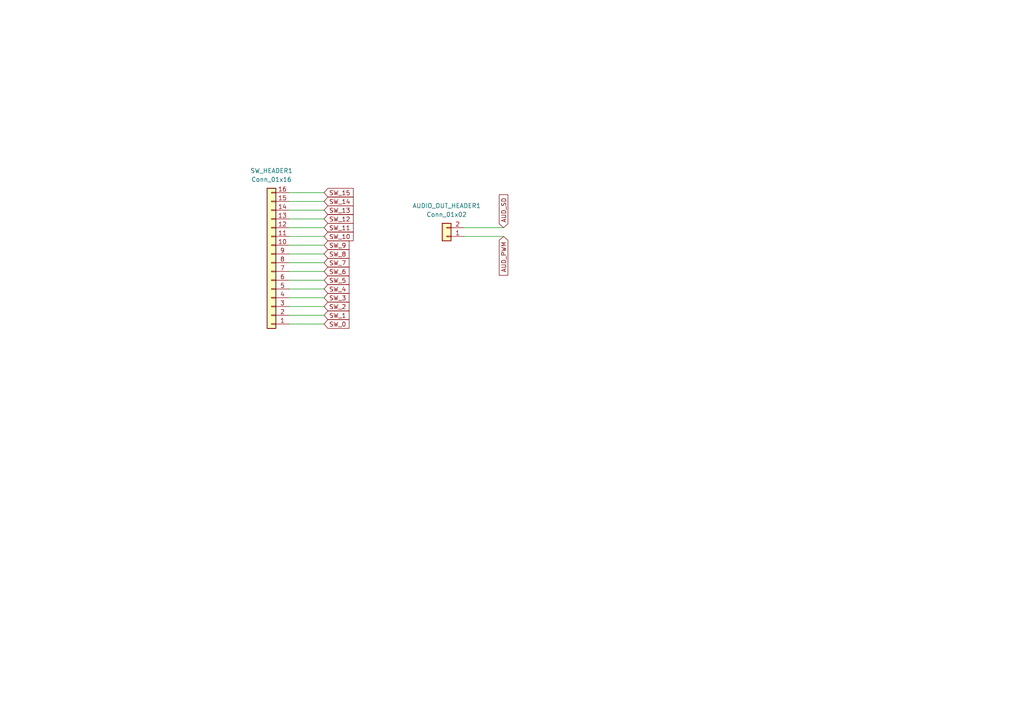
<source format=kicad_sch>
(kicad_sch (version 20231120) (generator "eeschema") (generator_version "8.0")
  (paper "A4")
  (lib_symbols
    (symbol "Connector_Generic:Conn_01x02" (pin_names (offset 1.016) hide)
      (property "Reference" "J" (at 0 2.54 0))
      (property "Value" "Conn_01x02" (at 0 -5.08 0))
      (symbol "Conn_01x02_1_1"
        (rectangle (start -1.27 -2.413) (end 0 -2.667) (stroke (width 0.1524)))
        (rectangle (start -1.27 0.127) (end 0 -0.127) (stroke (width 0.1524)))
        (rectangle (start -1.27 1.27) (end 1.27 -3.81) (stroke (width 0.254)) (fill (type background)))
        (pin passive line (at -5.08 0 0) (length 3.81) (name "Pin_1") (number "1"))
        (pin passive line (at -5.08 -2.54 0) (length 3.81) (name "Pin_2") (number "2"))
      )
    )
    (symbol "Connector_Generic:Conn_01x16" (pin_names (offset 1.016) hide)
      (property "Reference" "J" (at 0 20.32 0))
      (property "Value" "Conn_01x16" (at 0 -22.86 0))
      (symbol "Conn_01x16_1_1"
        (rectangle (start -1.27 -20.193) (end 0 -20.447) (stroke (width 0.1524)))
        (rectangle (start -1.27 -17.653) (end 0 -17.907) (stroke (width 0.1524)))
        (rectangle (start -1.27 -15.113) (end 0 -15.367) (stroke (width 0.1524)))
        (rectangle (start -1.27 -12.573) (end 0 -12.827) (stroke (width 0.1524)))
        (rectangle (start -1.27 -10.033) (end 0 -10.287) (stroke (width 0.1524)))
        (rectangle (start -1.27 -7.493) (end 0 -7.747) (stroke (width 0.1524)))
        (rectangle (start -1.27 -4.953) (end 0 -5.207) (stroke (width 0.1524)))
        (rectangle (start -1.27 -2.413) (end 0 -2.667) (stroke (width 0.1524)))
        (rectangle (start -1.27 0.127) (end 0 -0.127) (stroke (width 0.1524)))
        (rectangle (start -1.27 2.667) (end 0 2.413) (stroke (width 0.1524)))
        (rectangle (start -1.27 5.207) (end 0 4.953) (stroke (width 0.1524)))
        (rectangle (start -1.27 7.747) (end 0 7.493) (stroke (width 0.1524)))
        (rectangle (start -1.27 10.287) (end 0 10.033) (stroke (width 0.1524)))
        (rectangle (start -1.27 12.827) (end 0 12.573) (stroke (width 0.1524)))
        (rectangle (start -1.27 15.367) (end 0 15.113) (stroke (width 0.1524)))
        (rectangle (start -1.27 17.907) (end 0 17.653) (stroke (width 0.1524)))
        (rectangle (start -1.27 19.05) (end 1.27 -21.59) (stroke (width 0.254)) (fill (type background)))
        (pin passive line (at -5.08 17.78 0) (length 3.81) (name "Pin_1") (number "1"))
        (pin passive line (at -5.08 -5.08 0) (length 3.81) (name "Pin_10") (number "10"))
        (pin passive line (at -5.08 -7.62 0) (length 3.81) (name "Pin_11") (number "11"))
        (pin passive line (at -5.08 -10.16 0) (length 3.81) (name "Pin_12") (number "12"))
        (pin passive line (at -5.08 -12.7 0) (length 3.81) (name "Pin_13") (number "13"))
        (pin passive line (at -5.08 -15.24 0) (length 3.81) (name "Pin_14") (number "14"))
        (pin passive line (at -5.08 -17.78 0) (length 3.81) (name "Pin_15") (number "15"))
        (pin passive line (at -5.08 -20.32 0) (length 3.81) (name "Pin_16") (number "16"))
        (pin passive line (at -5.08 15.24 0) (length 3.81) (name "Pin_2") (number "2"))
        (pin passive line (at -5.08 12.7 0) (length 3.81) (name "Pin_3") (number "3"))
        (pin passive line (at -5.08 10.16 0) (length 3.81) (name "Pin_4") (number "4"))
        (pin passive line (at -5.08 7.62 0) (length 3.81) (name "Pin_5") (number "5"))
        (pin passive line (at -5.08 5.08 0) (length 3.81) (name "Pin_6") (number "6"))
        (pin passive line (at -5.08 2.54 0) (length 3.81) (name "Pin_7") (number "7"))
        (pin passive line (at -5.08 0 0) (length 3.81) (name "Pin_8") (number "8"))
        (pin passive line (at -5.08 -2.54 0) (length 3.81) (name "Pin_9") (number "9"))
      )
    )
  )
  (wire (pts (xy 83.82 78.74) (xy 93.98 78.74)))
  (wire (pts (xy 134.62 68.58) (xy 146.05 68.58)))
  (wire (pts (xy 83.82 76.2) (xy 93.98 76.2)))
  (wire (pts (xy 83.82 93.98) (xy 93.98 93.98)))
  (wire (pts (xy 134.62 66.04) (xy 146.05 66.04)))
  (wire (pts (xy 83.82 55.88) (xy 93.98 55.88)))
  (wire (pts (xy 83.82 91.44) (xy 93.98 91.44)))
  (wire (pts (xy 83.82 68.58) (xy 93.98 68.58)))
  (wire (pts (xy 83.82 63.5) (xy 93.98 63.5)))
  (wire (pts (xy 83.82 81.28) (xy 93.98 81.28)))
  (wire (pts (xy 83.82 86.36) (xy 93.98 86.36)))
  (wire (pts (xy 83.82 66.04) (xy 93.98 66.04)))
  (wire (pts (xy 83.82 58.42) (xy 93.98 58.42)))
  (wire (pts (xy 83.82 60.96) (xy 93.98 60.96)))
  (wire (pts (xy 83.82 73.66) (xy 93.98 73.66)))
  (wire (pts (xy 83.82 88.9) (xy 93.98 88.9)))
  (wire (pts (xy 83.82 71.12) (xy 93.98 71.12)))
  (wire (pts (xy 83.82 83.82) (xy 93.98 83.82)))
  (global_label "SW_11" (shape input) (at 93.98 66.04 0) (property "Intersheetrefs" "${INTERSHEET_REFS}" (effects (hide yes))))
  (global_label "SW_15" (shape input) (at 93.98 55.88 0) (property "Intersheetrefs" "${INTERSHEET_REFS}" (effects (hide yes))))
  (global_label "SW_1" (shape input) (at 93.98 91.44 0) (property "Intersheetrefs" "${INTERSHEET_REFS}" (effects (hide yes))))
  (global_label "SW_2" (shape input) (at 93.98 88.9 0) (property "Intersheetrefs" "${INTERSHEET_REFS}" (effects (hide yes))))
  (global_label "SW_8" (shape input) (at 93.98 73.66 0) (property "Intersheetrefs" "${INTERSHEET_REFS}" (effects (hide yes))))
  (global_label "SW_4" (shape input) (at 93.98 83.82 0) (property "Intersheetrefs" "${INTERSHEET_REFS}" (effects (hide yes))))
  (global_label "SW_3" (shape input) (at 93.98 86.36 0) (property "Intersheetrefs" "${INTERSHEET_REFS}" (effects (hide yes))))
  (global_label "SW_5" (shape input) (at 93.98 81.28 0) (property "Intersheetrefs" "${INTERSHEET_REFS}" (effects (hide yes))))
  (global_label "SW_12" (shape input) (at 93.98 63.5 0) (property "Intersheetrefs" "${INTERSHEET_REFS}" (effects (hide yes))))
  (global_label "SW_7" (shape input) (at 93.98 76.2 0) (property "Intersheetrefs" "${INTERSHEET_REFS}" (effects (hide yes))))
  (global_label "SW_0" (shape input) (at 93.98 93.98 0) (property "Intersheetrefs" "${INTERSHEET_REFS}" (effects (hide yes))))
  (global_label "SW_9" (shape input) (at 93.98 71.12 0) (property "Intersheetrefs" "${INTERSHEET_REFS}" (effects (hide yes))))
  (global_label "SW_6" (shape input) (at 93.98 78.74 0) (property "Intersheetrefs" "${INTERSHEET_REFS}" (effects (hide yes))))
  (global_label "SW_10" (shape input) (at 93.98 68.58 0) (property "Intersheetrefs" "${INTERSHEET_REFS}" (effects (hide yes))))
  (global_label "AUD_PWM" (shape input) (at 146.05 68.58 270) (property "Intersheetrefs" "${INTERSHEET_REFS}" (effects (hide yes))))
  (global_label "AUD_SD" (shape input) (at 146.05 66.04 90) (property "Intersheetrefs" "${INTERSHEET_REFS}" (effects (hide yes))))
  (global_label "SW_14" (shape input) (at 93.98 58.42 0) (property "Intersheetrefs" "${INTERSHEET_REFS}" (effects (hide yes))))
  (global_label "SW_13" (shape input) (at 93.98 60.96 0) (property "Intersheetrefs" "${INTERSHEET_REFS}" (effects (hide yes))))
  (symbol (lib_id "Connector_Generic:Conn_01x02") (at 129.54 68.58 180) (unit 1)
    (property "Reference" "AUDIO_OUT_HEADER1" (at 129.54 59.69 0))
    (property "Value" "Conn_01x02" (at 129.54 62.23 0))
    (property "Footprint" "Connector_PinHeader_2.54mm:PinHeader_1x02_P2.54mm_Vertical" (effects (hide yes)))
    (property "Description" "Generic connector, single row, 01x02, script generated (kicad-library-utils/schlib/autogen/connector/)" (effects (hide yes)))
  )
  (symbol (lib_id "Connector_Generic:Conn_01x16") (at 78.74 76.2 180) (unit 1)
    (property "Reference" "SW_HEADER1" (at 78.74 49.53 0))
    (property "Value" "Conn_01x16" (at 78.74 52.07 0))
    (property "Footprint" "Connector_PinHeader_2.54mm:PinHeader_1x16_P2.54mm_Vertical" (effects (hide yes)))
    (property "Description" "Generic connector, single row, 01x16, script generated (kicad-library-utils/schlib/autogen/connector/)" (effects (hide yes)))
  )
)
</source>
